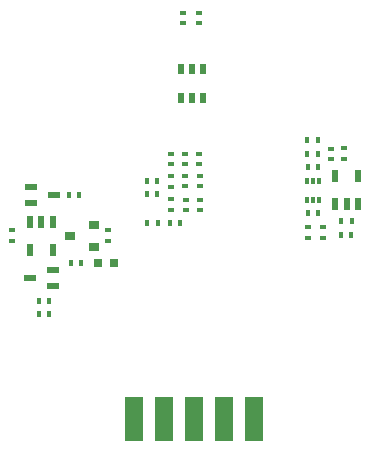
<source format=gbp>
G04*
G04 #@! TF.GenerationSoftware,Altium Limited,Altium Designer,24.4.1 (13)*
G04*
G04 Layer_Color=128*
%FSLAX44Y44*%
%MOMM*%
G71*
G04*
G04 #@! TF.SameCoordinates,5B9D864D-5E35-406A-883C-83798F26ABC7*
G04*
G04*
G04 #@! TF.FilePolarity,Positive*
G04*
G01*
G75*
%ADD22R,1.5240X3.8000*%
%ADD25R,0.4000X0.5000*%
%ADD26R,0.5000X0.4000*%
%ADD68R,0.6000X0.9000*%
%ADD69R,1.0000X0.6000*%
%ADD70R,0.6000X1.0500*%
%ADD71R,0.3000X0.4750*%
%ADD72R,0.9000X0.8000*%
%ADD73R,0.7620X0.7620*%
D22*
X26670Y-3048D02*
D03*
X-49530D02*
D03*
X-24130D02*
D03*
X1270D02*
D03*
X52070D02*
D03*
D25*
X-130483Y85343D02*
D03*
X-121983D02*
D03*
X-121993Y97029D02*
D03*
X-130493D02*
D03*
X-104585Y186437D02*
D03*
X-96085D02*
D03*
X125549Y152399D02*
D03*
X134049D02*
D03*
X125549Y164083D02*
D03*
X134548Y164084D02*
D03*
X105601Y209803D02*
D03*
X97101D02*
D03*
X105591Y221489D02*
D03*
X96592Y221488D02*
D03*
X105591Y233173D02*
D03*
X96592Y233172D02*
D03*
X-29536Y163068D02*
D03*
X-38535Y163067D02*
D03*
X-19231D02*
D03*
X-10731D02*
D03*
X-38535Y186943D02*
D03*
X-30035D02*
D03*
X-38535Y198627D02*
D03*
X-30035D02*
D03*
X96977Y171319D02*
D03*
X105477D02*
D03*
X-94551Y129031D02*
D03*
X-103051D02*
D03*
D26*
X-8127Y340805D02*
D03*
Y332305D02*
D03*
X5081Y340551D02*
D03*
Y332051D02*
D03*
X-71629Y156391D02*
D03*
X-71628Y147392D02*
D03*
X-153417Y156391D02*
D03*
X-153416Y147392D02*
D03*
X-18288Y173808D02*
D03*
X-18289Y182807D02*
D03*
X-6095Y173809D02*
D03*
Y182309D02*
D03*
X6095Y182299D02*
D03*
Y173799D02*
D03*
X-18289Y202111D02*
D03*
X-18288Y193112D02*
D03*
X-6349Y202302D02*
D03*
Y193802D02*
D03*
X5841Y193792D02*
D03*
Y202292D02*
D03*
X97536Y158932D02*
D03*
X97537Y149933D02*
D03*
X109727Y158931D02*
D03*
Y150431D02*
D03*
X116841Y225489D02*
D03*
Y216989D02*
D03*
X128016Y225988D02*
D03*
X128017Y216989D02*
D03*
X-18543Y221415D02*
D03*
X-18542Y212416D02*
D03*
X-6603Y220917D02*
D03*
Y212417D02*
D03*
X5333Y212407D02*
D03*
Y220907D02*
D03*
D68*
X8484Y268924D02*
D03*
X-1016D02*
D03*
X-10516D02*
D03*
Y292924D02*
D03*
X-1016D02*
D03*
X8484D02*
D03*
D69*
X-118872Y108966D02*
D03*
Y122682D02*
D03*
X-138176Y115824D02*
D03*
X-117856Y186436D02*
D03*
X-137160Y179578D02*
D03*
Y193294D02*
D03*
D70*
X-137872Y139700D02*
D03*
X-118872D02*
D03*
Y163700D02*
D03*
X-128372D02*
D03*
X-137872D02*
D03*
X139548Y178500D02*
D03*
X130048D02*
D03*
X120548D02*
D03*
Y202500D02*
D03*
X139548D02*
D03*
D71*
X96419Y181865D02*
D03*
X101419D02*
D03*
X106419D02*
D03*
Y198625D02*
D03*
X101419D02*
D03*
X96419D02*
D03*
D72*
X-83980Y161392D02*
D03*
Y142392D02*
D03*
X-103980Y151892D02*
D03*
D73*
X-67161Y128525D02*
D03*
X-80161D02*
D03*
M02*

</source>
